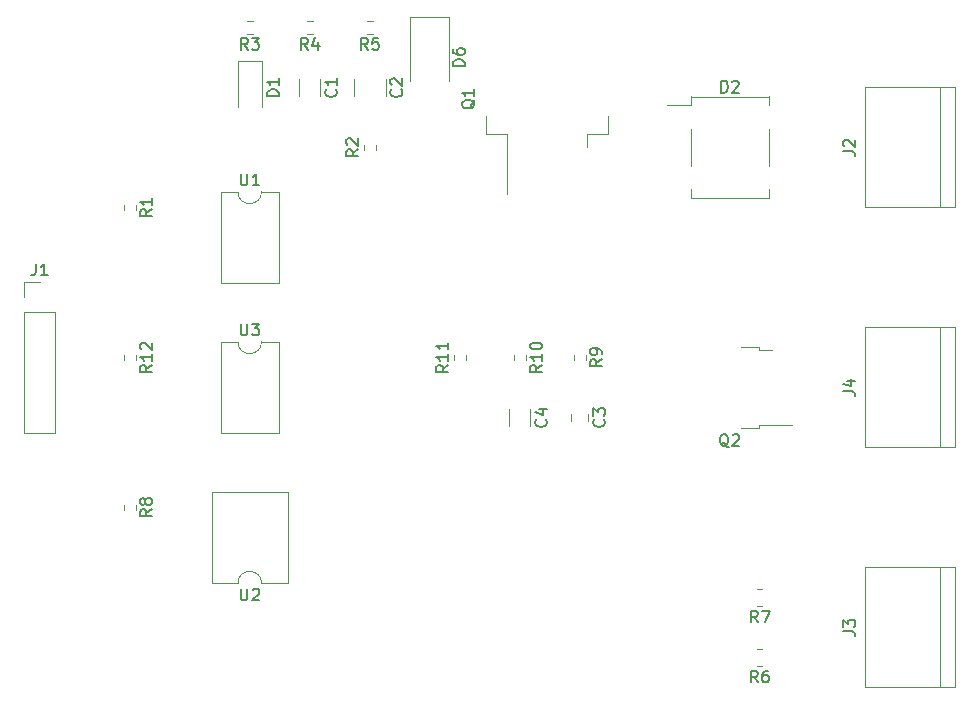
<source format=gbr>
%TF.GenerationSoftware,KiCad,Pcbnew,(6.0.0-0)*%
%TF.CreationDate,2022-01-20T15:49:37+01:00*%
%TF.ProjectId,prototype,70726f74-6f74-4797-9065-2e6b69636164,rev?*%
%TF.SameCoordinates,Original*%
%TF.FileFunction,Legend,Top*%
%TF.FilePolarity,Positive*%
%FSLAX46Y46*%
G04 Gerber Fmt 4.6, Leading zero omitted, Abs format (unit mm)*
G04 Created by KiCad (PCBNEW (6.0.0-0)) date 2022-01-20 15:49:37*
%MOMM*%
%LPD*%
G01*
G04 APERTURE LIST*
%ADD10C,0.150000*%
%ADD11C,0.120000*%
G04 APERTURE END LIST*
D10*
%TO.C,D6*%
X137572380Y-51538095D02*
X136572380Y-51538095D01*
X136572380Y-51300000D01*
X136620000Y-51157142D01*
X136715238Y-51061904D01*
X136810476Y-51014285D01*
X137000952Y-50966666D01*
X137143809Y-50966666D01*
X137334285Y-51014285D01*
X137429523Y-51061904D01*
X137524761Y-51157142D01*
X137572380Y-51300000D01*
X137572380Y-51538095D01*
X136572380Y-50109523D02*
X136572380Y-50300000D01*
X136620000Y-50395238D01*
X136667619Y-50442857D01*
X136810476Y-50538095D01*
X137000952Y-50585714D01*
X137381904Y-50585714D01*
X137477142Y-50538095D01*
X137524761Y-50490476D01*
X137572380Y-50395238D01*
X137572380Y-50204761D01*
X137524761Y-50109523D01*
X137477142Y-50061904D01*
X137381904Y-50014285D01*
X137143809Y-50014285D01*
X137048571Y-50061904D01*
X137000952Y-50109523D01*
X136953333Y-50204761D01*
X136953333Y-50395238D01*
X137000952Y-50490476D01*
X137048571Y-50538095D01*
X137143809Y-50585714D01*
%TO.C,U3*%
X118618095Y-73322380D02*
X118618095Y-74131904D01*
X118665714Y-74227142D01*
X118713333Y-74274761D01*
X118808571Y-74322380D01*
X118999047Y-74322380D01*
X119094285Y-74274761D01*
X119141904Y-74227142D01*
X119189523Y-74131904D01*
X119189523Y-73322380D01*
X119570476Y-73322380D02*
X120189523Y-73322380D01*
X119856190Y-73703333D01*
X119999047Y-73703333D01*
X120094285Y-73750952D01*
X120141904Y-73798571D01*
X120189523Y-73893809D01*
X120189523Y-74131904D01*
X120141904Y-74227142D01*
X120094285Y-74274761D01*
X119999047Y-74322380D01*
X119713333Y-74322380D01*
X119618095Y-74274761D01*
X119570476Y-74227142D01*
%TO.C,D1*%
X121832380Y-54078095D02*
X120832380Y-54078095D01*
X120832380Y-53840000D01*
X120880000Y-53697142D01*
X120975238Y-53601904D01*
X121070476Y-53554285D01*
X121260952Y-53506666D01*
X121403809Y-53506666D01*
X121594285Y-53554285D01*
X121689523Y-53601904D01*
X121784761Y-53697142D01*
X121832380Y-53840000D01*
X121832380Y-54078095D01*
X121832380Y-52554285D02*
X121832380Y-53125714D01*
X121832380Y-52840000D02*
X120832380Y-52840000D01*
X120975238Y-52935238D01*
X121070476Y-53030476D01*
X121118095Y-53125714D01*
%TO.C,J1*%
X101266666Y-68242380D02*
X101266666Y-68956666D01*
X101219047Y-69099523D01*
X101123809Y-69194761D01*
X100980952Y-69242380D01*
X100885714Y-69242380D01*
X102266666Y-69242380D02*
X101695238Y-69242380D01*
X101980952Y-69242380D02*
X101980952Y-68242380D01*
X101885714Y-68385238D01*
X101790476Y-68480476D01*
X101695238Y-68528095D01*
%TO.C,R1*%
X111102380Y-63666666D02*
X110626190Y-64000000D01*
X111102380Y-64238095D02*
X110102380Y-64238095D01*
X110102380Y-63857142D01*
X110150000Y-63761904D01*
X110197619Y-63714285D01*
X110292857Y-63666666D01*
X110435714Y-63666666D01*
X110530952Y-63714285D01*
X110578571Y-63761904D01*
X110626190Y-63857142D01*
X110626190Y-64238095D01*
X111102380Y-62714285D02*
X111102380Y-63285714D01*
X111102380Y-63000000D02*
X110102380Y-63000000D01*
X110245238Y-63095238D01*
X110340476Y-63190476D01*
X110388095Y-63285714D01*
%TO.C,R3*%
X119213333Y-50142380D02*
X118880000Y-49666190D01*
X118641904Y-50142380D02*
X118641904Y-49142380D01*
X119022857Y-49142380D01*
X119118095Y-49190000D01*
X119165714Y-49237619D01*
X119213333Y-49332857D01*
X119213333Y-49475714D01*
X119165714Y-49570952D01*
X119118095Y-49618571D01*
X119022857Y-49666190D01*
X118641904Y-49666190D01*
X119546666Y-49142380D02*
X120165714Y-49142380D01*
X119832380Y-49523333D01*
X119975238Y-49523333D01*
X120070476Y-49570952D01*
X120118095Y-49618571D01*
X120165714Y-49713809D01*
X120165714Y-49951904D01*
X120118095Y-50047142D01*
X120070476Y-50094761D01*
X119975238Y-50142380D01*
X119689523Y-50142380D01*
X119594285Y-50094761D01*
X119546666Y-50047142D01*
%TO.C,R12*%
X111102380Y-76842857D02*
X110626190Y-77176190D01*
X111102380Y-77414285D02*
X110102380Y-77414285D01*
X110102380Y-77033333D01*
X110150000Y-76938095D01*
X110197619Y-76890476D01*
X110292857Y-76842857D01*
X110435714Y-76842857D01*
X110530952Y-76890476D01*
X110578571Y-76938095D01*
X110626190Y-77033333D01*
X110626190Y-77414285D01*
X111102380Y-75890476D02*
X111102380Y-76461904D01*
X111102380Y-76176190D02*
X110102380Y-76176190D01*
X110245238Y-76271428D01*
X110340476Y-76366666D01*
X110388095Y-76461904D01*
X110197619Y-75509523D02*
X110150000Y-75461904D01*
X110102380Y-75366666D01*
X110102380Y-75128571D01*
X110150000Y-75033333D01*
X110197619Y-74985714D01*
X110292857Y-74938095D01*
X110388095Y-74938095D01*
X110530952Y-74985714D01*
X111102380Y-75557142D01*
X111102380Y-74938095D01*
%TO.C,U1*%
X118618095Y-60622380D02*
X118618095Y-61431904D01*
X118665714Y-61527142D01*
X118713333Y-61574761D01*
X118808571Y-61622380D01*
X118999047Y-61622380D01*
X119094285Y-61574761D01*
X119141904Y-61527142D01*
X119189523Y-61431904D01*
X119189523Y-60622380D01*
X120189523Y-61622380D02*
X119618095Y-61622380D01*
X119903809Y-61622380D02*
X119903809Y-60622380D01*
X119808571Y-60765238D01*
X119713333Y-60860476D01*
X119618095Y-60908095D01*
%TO.C,C3*%
X149357142Y-81446666D02*
X149404761Y-81494285D01*
X149452380Y-81637142D01*
X149452380Y-81732380D01*
X149404761Y-81875238D01*
X149309523Y-81970476D01*
X149214285Y-82018095D01*
X149023809Y-82065714D01*
X148880952Y-82065714D01*
X148690476Y-82018095D01*
X148595238Y-81970476D01*
X148500000Y-81875238D01*
X148452380Y-81732380D01*
X148452380Y-81637142D01*
X148500000Y-81494285D01*
X148547619Y-81446666D01*
X148452380Y-81113333D02*
X148452380Y-80494285D01*
X148833333Y-80827619D01*
X148833333Y-80684761D01*
X148880952Y-80589523D01*
X148928571Y-80541904D01*
X149023809Y-80494285D01*
X149261904Y-80494285D01*
X149357142Y-80541904D01*
X149404761Y-80589523D01*
X149452380Y-80684761D01*
X149452380Y-80970476D01*
X149404761Y-81065714D01*
X149357142Y-81113333D01*
%TO.C,J2*%
X169632380Y-58753333D02*
X170346666Y-58753333D01*
X170489523Y-58800952D01*
X170584761Y-58896190D01*
X170632380Y-59039047D01*
X170632380Y-59134285D01*
X169727619Y-58324761D02*
X169680000Y-58277142D01*
X169632380Y-58181904D01*
X169632380Y-57943809D01*
X169680000Y-57848571D01*
X169727619Y-57800952D01*
X169822857Y-57753333D01*
X169918095Y-57753333D01*
X170060952Y-57800952D01*
X170632380Y-58372380D01*
X170632380Y-57753333D01*
%TO.C,C1*%
X126667142Y-53506666D02*
X126714761Y-53554285D01*
X126762380Y-53697142D01*
X126762380Y-53792380D01*
X126714761Y-53935238D01*
X126619523Y-54030476D01*
X126524285Y-54078095D01*
X126333809Y-54125714D01*
X126190952Y-54125714D01*
X126000476Y-54078095D01*
X125905238Y-54030476D01*
X125810000Y-53935238D01*
X125762380Y-53792380D01*
X125762380Y-53697142D01*
X125810000Y-53554285D01*
X125857619Y-53506666D01*
X126762380Y-52554285D02*
X126762380Y-53125714D01*
X126762380Y-52840000D02*
X125762380Y-52840000D01*
X125905238Y-52935238D01*
X126000476Y-53030476D01*
X126048095Y-53125714D01*
%TO.C,C2*%
X132197142Y-53506666D02*
X132244761Y-53554285D01*
X132292380Y-53697142D01*
X132292380Y-53792380D01*
X132244761Y-53935238D01*
X132149523Y-54030476D01*
X132054285Y-54078095D01*
X131863809Y-54125714D01*
X131720952Y-54125714D01*
X131530476Y-54078095D01*
X131435238Y-54030476D01*
X131340000Y-53935238D01*
X131292380Y-53792380D01*
X131292380Y-53697142D01*
X131340000Y-53554285D01*
X131387619Y-53506666D01*
X131387619Y-53125714D02*
X131340000Y-53078095D01*
X131292380Y-52982857D01*
X131292380Y-52744761D01*
X131340000Y-52649523D01*
X131387619Y-52601904D01*
X131482857Y-52554285D01*
X131578095Y-52554285D01*
X131720952Y-52601904D01*
X132292380Y-53173333D01*
X132292380Y-52554285D01*
%TO.C,R9*%
X149202380Y-76366666D02*
X148726190Y-76700000D01*
X149202380Y-76938095D02*
X148202380Y-76938095D01*
X148202380Y-76557142D01*
X148250000Y-76461904D01*
X148297619Y-76414285D01*
X148392857Y-76366666D01*
X148535714Y-76366666D01*
X148630952Y-76414285D01*
X148678571Y-76461904D01*
X148726190Y-76557142D01*
X148726190Y-76938095D01*
X149202380Y-75890476D02*
X149202380Y-75700000D01*
X149154761Y-75604761D01*
X149107142Y-75557142D01*
X148964285Y-75461904D01*
X148773809Y-75414285D01*
X148392857Y-75414285D01*
X148297619Y-75461904D01*
X148250000Y-75509523D01*
X148202380Y-75604761D01*
X148202380Y-75795238D01*
X148250000Y-75890476D01*
X148297619Y-75938095D01*
X148392857Y-75985714D01*
X148630952Y-75985714D01*
X148726190Y-75938095D01*
X148773809Y-75890476D01*
X148821428Y-75795238D01*
X148821428Y-75604761D01*
X148773809Y-75509523D01*
X148726190Y-75461904D01*
X148630952Y-75414285D01*
%TO.C,R5*%
X129373333Y-50142380D02*
X129040000Y-49666190D01*
X128801904Y-50142380D02*
X128801904Y-49142380D01*
X129182857Y-49142380D01*
X129278095Y-49190000D01*
X129325714Y-49237619D01*
X129373333Y-49332857D01*
X129373333Y-49475714D01*
X129325714Y-49570952D01*
X129278095Y-49618571D01*
X129182857Y-49666190D01*
X128801904Y-49666190D01*
X130278095Y-49142380D02*
X129801904Y-49142380D01*
X129754285Y-49618571D01*
X129801904Y-49570952D01*
X129897142Y-49523333D01*
X130135238Y-49523333D01*
X130230476Y-49570952D01*
X130278095Y-49618571D01*
X130325714Y-49713809D01*
X130325714Y-49951904D01*
X130278095Y-50047142D01*
X130230476Y-50094761D01*
X130135238Y-50142380D01*
X129897142Y-50142380D01*
X129801904Y-50094761D01*
X129754285Y-50047142D01*
%TO.C,Q2*%
X159924761Y-83787619D02*
X159829523Y-83740000D01*
X159734285Y-83644761D01*
X159591428Y-83501904D01*
X159496190Y-83454285D01*
X159400952Y-83454285D01*
X159448571Y-83692380D02*
X159353333Y-83644761D01*
X159258095Y-83549523D01*
X159210476Y-83359047D01*
X159210476Y-83025714D01*
X159258095Y-82835238D01*
X159353333Y-82740000D01*
X159448571Y-82692380D01*
X159639047Y-82692380D01*
X159734285Y-82740000D01*
X159829523Y-82835238D01*
X159877142Y-83025714D01*
X159877142Y-83359047D01*
X159829523Y-83549523D01*
X159734285Y-83644761D01*
X159639047Y-83692380D01*
X159448571Y-83692380D01*
X160258095Y-82787619D02*
X160305714Y-82740000D01*
X160400952Y-82692380D01*
X160639047Y-82692380D01*
X160734285Y-82740000D01*
X160781904Y-82787619D01*
X160829523Y-82882857D01*
X160829523Y-82978095D01*
X160781904Y-83120952D01*
X160210476Y-83692380D01*
X160829523Y-83692380D01*
%TO.C,J4*%
X169632380Y-79073333D02*
X170346666Y-79073333D01*
X170489523Y-79120952D01*
X170584761Y-79216190D01*
X170632380Y-79359047D01*
X170632380Y-79454285D01*
X169965714Y-78168571D02*
X170632380Y-78168571D01*
X169584761Y-78406666D02*
X170299047Y-78644761D01*
X170299047Y-78025714D01*
%TO.C,R2*%
X128562380Y-58586666D02*
X128086190Y-58920000D01*
X128562380Y-59158095D02*
X127562380Y-59158095D01*
X127562380Y-58777142D01*
X127610000Y-58681904D01*
X127657619Y-58634285D01*
X127752857Y-58586666D01*
X127895714Y-58586666D01*
X127990952Y-58634285D01*
X128038571Y-58681904D01*
X128086190Y-58777142D01*
X128086190Y-59158095D01*
X127657619Y-58205714D02*
X127610000Y-58158095D01*
X127562380Y-58062857D01*
X127562380Y-57824761D01*
X127610000Y-57729523D01*
X127657619Y-57681904D01*
X127752857Y-57634285D01*
X127848095Y-57634285D01*
X127990952Y-57681904D01*
X128562380Y-58253333D01*
X128562380Y-57634285D01*
%TO.C,J3*%
X169632380Y-99393333D02*
X170346666Y-99393333D01*
X170489523Y-99440952D01*
X170584761Y-99536190D01*
X170632380Y-99679047D01*
X170632380Y-99774285D01*
X169632380Y-99012380D02*
X169632380Y-98393333D01*
X170013333Y-98726666D01*
X170013333Y-98583809D01*
X170060952Y-98488571D01*
X170108571Y-98440952D01*
X170203809Y-98393333D01*
X170441904Y-98393333D01*
X170537142Y-98440952D01*
X170584761Y-98488571D01*
X170632380Y-98583809D01*
X170632380Y-98869523D01*
X170584761Y-98964761D01*
X170537142Y-99012380D01*
%TO.C,Q1*%
X138442619Y-54385238D02*
X138395000Y-54480476D01*
X138299761Y-54575714D01*
X138156904Y-54718571D01*
X138109285Y-54813809D01*
X138109285Y-54909047D01*
X138347380Y-54861428D02*
X138299761Y-54956666D01*
X138204523Y-55051904D01*
X138014047Y-55099523D01*
X137680714Y-55099523D01*
X137490238Y-55051904D01*
X137395000Y-54956666D01*
X137347380Y-54861428D01*
X137347380Y-54670952D01*
X137395000Y-54575714D01*
X137490238Y-54480476D01*
X137680714Y-54432857D01*
X138014047Y-54432857D01*
X138204523Y-54480476D01*
X138299761Y-54575714D01*
X138347380Y-54670952D01*
X138347380Y-54861428D01*
X138347380Y-53480476D02*
X138347380Y-54051904D01*
X138347380Y-53766190D02*
X137347380Y-53766190D01*
X137490238Y-53861428D01*
X137585476Y-53956666D01*
X137633095Y-54051904D01*
%TO.C,R8*%
X111102380Y-89066666D02*
X110626190Y-89400000D01*
X111102380Y-89638095D02*
X110102380Y-89638095D01*
X110102380Y-89257142D01*
X110150000Y-89161904D01*
X110197619Y-89114285D01*
X110292857Y-89066666D01*
X110435714Y-89066666D01*
X110530952Y-89114285D01*
X110578571Y-89161904D01*
X110626190Y-89257142D01*
X110626190Y-89638095D01*
X110530952Y-88495238D02*
X110483333Y-88590476D01*
X110435714Y-88638095D01*
X110340476Y-88685714D01*
X110292857Y-88685714D01*
X110197619Y-88638095D01*
X110150000Y-88590476D01*
X110102380Y-88495238D01*
X110102380Y-88304761D01*
X110150000Y-88209523D01*
X110197619Y-88161904D01*
X110292857Y-88114285D01*
X110340476Y-88114285D01*
X110435714Y-88161904D01*
X110483333Y-88209523D01*
X110530952Y-88304761D01*
X110530952Y-88495238D01*
X110578571Y-88590476D01*
X110626190Y-88638095D01*
X110721428Y-88685714D01*
X110911904Y-88685714D01*
X111007142Y-88638095D01*
X111054761Y-88590476D01*
X111102380Y-88495238D01*
X111102380Y-88304761D01*
X111054761Y-88209523D01*
X111007142Y-88161904D01*
X110911904Y-88114285D01*
X110721428Y-88114285D01*
X110626190Y-88161904D01*
X110578571Y-88209523D01*
X110530952Y-88304761D01*
%TO.C,R10*%
X144122380Y-76842857D02*
X143646190Y-77176190D01*
X144122380Y-77414285D02*
X143122380Y-77414285D01*
X143122380Y-77033333D01*
X143170000Y-76938095D01*
X143217619Y-76890476D01*
X143312857Y-76842857D01*
X143455714Y-76842857D01*
X143550952Y-76890476D01*
X143598571Y-76938095D01*
X143646190Y-77033333D01*
X143646190Y-77414285D01*
X144122380Y-75890476D02*
X144122380Y-76461904D01*
X144122380Y-76176190D02*
X143122380Y-76176190D01*
X143265238Y-76271428D01*
X143360476Y-76366666D01*
X143408095Y-76461904D01*
X143122380Y-75271428D02*
X143122380Y-75176190D01*
X143170000Y-75080952D01*
X143217619Y-75033333D01*
X143312857Y-74985714D01*
X143503333Y-74938095D01*
X143741428Y-74938095D01*
X143931904Y-74985714D01*
X144027142Y-75033333D01*
X144074761Y-75080952D01*
X144122380Y-75176190D01*
X144122380Y-75271428D01*
X144074761Y-75366666D01*
X144027142Y-75414285D01*
X143931904Y-75461904D01*
X143741428Y-75509523D01*
X143503333Y-75509523D01*
X143312857Y-75461904D01*
X143217619Y-75414285D01*
X143170000Y-75366666D01*
X143122380Y-75271428D01*
%TO.C,U2*%
X118618095Y-95762380D02*
X118618095Y-96571904D01*
X118665714Y-96667142D01*
X118713333Y-96714761D01*
X118808571Y-96762380D01*
X118999047Y-96762380D01*
X119094285Y-96714761D01*
X119141904Y-96667142D01*
X119189523Y-96571904D01*
X119189523Y-95762380D01*
X119618095Y-95857619D02*
X119665714Y-95810000D01*
X119760952Y-95762380D01*
X119999047Y-95762380D01*
X120094285Y-95810000D01*
X120141904Y-95857619D01*
X120189523Y-95952857D01*
X120189523Y-96048095D01*
X120141904Y-96190952D01*
X119570476Y-96762380D01*
X120189523Y-96762380D01*
%TO.C,R4*%
X124293333Y-50142380D02*
X123960000Y-49666190D01*
X123721904Y-50142380D02*
X123721904Y-49142380D01*
X124102857Y-49142380D01*
X124198095Y-49190000D01*
X124245714Y-49237619D01*
X124293333Y-49332857D01*
X124293333Y-49475714D01*
X124245714Y-49570952D01*
X124198095Y-49618571D01*
X124102857Y-49666190D01*
X123721904Y-49666190D01*
X125150476Y-49475714D02*
X125150476Y-50142380D01*
X124912380Y-49094761D02*
X124674285Y-49809047D01*
X125293333Y-49809047D01*
%TO.C,R6*%
X162393333Y-103702380D02*
X162060000Y-103226190D01*
X161821904Y-103702380D02*
X161821904Y-102702380D01*
X162202857Y-102702380D01*
X162298095Y-102750000D01*
X162345714Y-102797619D01*
X162393333Y-102892857D01*
X162393333Y-103035714D01*
X162345714Y-103130952D01*
X162298095Y-103178571D01*
X162202857Y-103226190D01*
X161821904Y-103226190D01*
X163250476Y-102702380D02*
X163060000Y-102702380D01*
X162964761Y-102750000D01*
X162917142Y-102797619D01*
X162821904Y-102940476D01*
X162774285Y-103130952D01*
X162774285Y-103511904D01*
X162821904Y-103607142D01*
X162869523Y-103654761D01*
X162964761Y-103702380D01*
X163155238Y-103702380D01*
X163250476Y-103654761D01*
X163298095Y-103607142D01*
X163345714Y-103511904D01*
X163345714Y-103273809D01*
X163298095Y-103178571D01*
X163250476Y-103130952D01*
X163155238Y-103083333D01*
X162964761Y-103083333D01*
X162869523Y-103130952D01*
X162821904Y-103178571D01*
X162774285Y-103273809D01*
%TO.C,C4*%
X144447142Y-81446666D02*
X144494761Y-81494285D01*
X144542380Y-81637142D01*
X144542380Y-81732380D01*
X144494761Y-81875238D01*
X144399523Y-81970476D01*
X144304285Y-82018095D01*
X144113809Y-82065714D01*
X143970952Y-82065714D01*
X143780476Y-82018095D01*
X143685238Y-81970476D01*
X143590000Y-81875238D01*
X143542380Y-81732380D01*
X143542380Y-81637142D01*
X143590000Y-81494285D01*
X143637619Y-81446666D01*
X143875714Y-80589523D02*
X144542380Y-80589523D01*
X143494761Y-80827619D02*
X144209047Y-81065714D01*
X144209047Y-80446666D01*
%TO.C,R7*%
X162393333Y-98622380D02*
X162060000Y-98146190D01*
X161821904Y-98622380D02*
X161821904Y-97622380D01*
X162202857Y-97622380D01*
X162298095Y-97670000D01*
X162345714Y-97717619D01*
X162393333Y-97812857D01*
X162393333Y-97955714D01*
X162345714Y-98050952D01*
X162298095Y-98098571D01*
X162202857Y-98146190D01*
X161821904Y-98146190D01*
X162726666Y-97622380D02*
X163393333Y-97622380D01*
X162964761Y-98622380D01*
%TO.C,R11*%
X136182380Y-76842857D02*
X135706190Y-77176190D01*
X136182380Y-77414285D02*
X135182380Y-77414285D01*
X135182380Y-77033333D01*
X135230000Y-76938095D01*
X135277619Y-76890476D01*
X135372857Y-76842857D01*
X135515714Y-76842857D01*
X135610952Y-76890476D01*
X135658571Y-76938095D01*
X135706190Y-77033333D01*
X135706190Y-77414285D01*
X136182380Y-75890476D02*
X136182380Y-76461904D01*
X136182380Y-76176190D02*
X135182380Y-76176190D01*
X135325238Y-76271428D01*
X135420476Y-76366666D01*
X135468095Y-76461904D01*
X136182380Y-74938095D02*
X136182380Y-75509523D01*
X136182380Y-75223809D02*
X135182380Y-75223809D01*
X135325238Y-75319047D01*
X135420476Y-75414285D01*
X135468095Y-75509523D01*
%TO.C,D2*%
X159281904Y-53772380D02*
X159281904Y-52772380D01*
X159520000Y-52772380D01*
X159662857Y-52820000D01*
X159758095Y-52915238D01*
X159805714Y-53010476D01*
X159853333Y-53200952D01*
X159853333Y-53343809D01*
X159805714Y-53534285D01*
X159758095Y-53629523D01*
X159662857Y-53724761D01*
X159520000Y-53772380D01*
X159281904Y-53772380D01*
X160234285Y-52867619D02*
X160281904Y-52820000D01*
X160377142Y-52772380D01*
X160615238Y-52772380D01*
X160710476Y-52820000D01*
X160758095Y-52867619D01*
X160805714Y-52962857D01*
X160805714Y-53058095D01*
X160758095Y-53200952D01*
X160186666Y-53772380D01*
X160805714Y-53772380D01*
D11*
%TO.C,D6*%
X132970000Y-47400000D02*
X132970000Y-52800000D01*
X136270000Y-47400000D02*
X136270000Y-52800000D01*
X136270000Y-47400000D02*
X132970000Y-47400000D01*
%TO.C,U3*%
X121830000Y-74870000D02*
X120380000Y-74870000D01*
X121830000Y-82610000D02*
X121830000Y-74870000D01*
X116930000Y-74870000D02*
X116930000Y-82610000D01*
X116930000Y-82610000D02*
X121830000Y-82610000D01*
X118380000Y-74870000D02*
X116930000Y-74870000D01*
X118380000Y-74870000D02*
G75*
G03*
X120380000Y-74870000I1000000J0D01*
G01*
%TO.C,D1*%
X118380000Y-51090000D02*
X118380000Y-54990000D01*
X120380000Y-51090000D02*
X118380000Y-51090000D01*
X120380000Y-51090000D02*
X120380000Y-54990000D01*
%TO.C,J1*%
X100270000Y-69790000D02*
X101600000Y-69790000D01*
X102930000Y-72390000D02*
X102930000Y-82610000D01*
X100270000Y-71120000D02*
X100270000Y-69790000D01*
X100270000Y-82610000D02*
X102930000Y-82610000D01*
X100270000Y-72390000D02*
X100270000Y-82610000D01*
X100270000Y-72390000D02*
X102930000Y-72390000D01*
%TO.C,R1*%
X108697500Y-63262742D02*
X108697500Y-63737258D01*
X109742500Y-63262742D02*
X109742500Y-63737258D01*
%TO.C,R3*%
X119617258Y-48782500D02*
X119142742Y-48782500D01*
X119617258Y-47737500D02*
X119142742Y-47737500D01*
%TO.C,R12*%
X109742500Y-75962742D02*
X109742500Y-76437258D01*
X108697500Y-75962742D02*
X108697500Y-76437258D01*
%TO.C,U1*%
X121830000Y-69910000D02*
X121830000Y-62170000D01*
X118380000Y-62170000D02*
X116930000Y-62170000D01*
X116930000Y-69910000D02*
X121830000Y-69910000D01*
X121830000Y-62170000D02*
X120380000Y-62170000D01*
X116930000Y-62170000D02*
X116930000Y-69910000D01*
X118380000Y-62170000D02*
G75*
G03*
X120380000Y-62170000I1000000J0D01*
G01*
%TO.C,C3*%
X148055000Y-81018748D02*
X148055000Y-81541252D01*
X146585000Y-81018748D02*
X146585000Y-81541252D01*
%TO.C,J2*%
X177800000Y-53340000D02*
X177800000Y-63500000D01*
X171450000Y-53340000D02*
X171450000Y-63500000D01*
X179070000Y-63500000D02*
X179070000Y-53340000D01*
X171450000Y-63500000D02*
X179070000Y-63500000D01*
X179070000Y-53340000D02*
X171450000Y-53340000D01*
%TO.C,C1*%
X125370000Y-52628748D02*
X125370000Y-54051252D01*
X123550000Y-52628748D02*
X123550000Y-54051252D01*
%TO.C,C2*%
X130900000Y-52628748D02*
X130900000Y-54051252D01*
X128180000Y-52628748D02*
X128180000Y-54051252D01*
%TO.C,R9*%
X146797500Y-75962742D02*
X146797500Y-76437258D01*
X147842500Y-75962742D02*
X147842500Y-76437258D01*
%TO.C,R5*%
X129777258Y-48782500D02*
X129302742Y-48782500D01*
X129777258Y-47737500D02*
X129302742Y-47737500D01*
%TO.C,Q2*%
X162490000Y-75560000D02*
X163590000Y-75560000D01*
X160990000Y-82190000D02*
X162490000Y-82190000D01*
X162490000Y-82190000D02*
X162490000Y-81920000D01*
X162490000Y-75290000D02*
X162490000Y-75560000D01*
X162490000Y-81920000D02*
X165320000Y-81920000D01*
X160990000Y-75290000D02*
X162490000Y-75290000D01*
%TO.C,J4*%
X171450000Y-83820000D02*
X179070000Y-83820000D01*
X171450000Y-73660000D02*
X171450000Y-83820000D01*
X177800000Y-73660000D02*
X177800000Y-83820000D01*
X179070000Y-73660000D02*
X171450000Y-73660000D01*
X179070000Y-83820000D02*
X179070000Y-73660000D01*
%TO.C,R2*%
X130062500Y-58657258D02*
X130062500Y-58182742D01*
X129017500Y-58657258D02*
X129017500Y-58182742D01*
%TO.C,J3*%
X171450000Y-93980000D02*
X171450000Y-104140000D01*
X171450000Y-104140000D02*
X179070000Y-104140000D01*
X179070000Y-93980000D02*
X171450000Y-93980000D01*
X177800000Y-93980000D02*
X177800000Y-104140000D01*
X179070000Y-104140000D02*
X179070000Y-93980000D01*
%TO.C,Q1*%
X147935000Y-57240000D02*
X147935000Y-58340000D01*
X149745000Y-57240000D02*
X147935000Y-57240000D01*
X139345000Y-55740000D02*
X139345000Y-57240000D01*
X139345000Y-57240000D02*
X141155000Y-57240000D01*
X149745000Y-55740000D02*
X149745000Y-57240000D01*
X141155000Y-57240000D02*
X141155000Y-62365000D01*
%TO.C,R8*%
X108697500Y-88662742D02*
X108697500Y-89137258D01*
X109742500Y-88662742D02*
X109742500Y-89137258D01*
%TO.C,R10*%
X141717500Y-75962742D02*
X141717500Y-76437258D01*
X142762500Y-75962742D02*
X142762500Y-76437258D01*
%TO.C,U2*%
X122615000Y-95310000D02*
X122615000Y-87570000D01*
X122615000Y-87570000D02*
X116145000Y-87570000D01*
X116145000Y-87570000D02*
X116145000Y-95310000D01*
X116145000Y-95310000D02*
X118380000Y-95310000D01*
X120380000Y-95310000D02*
X122615000Y-95310000D01*
X120380000Y-95310000D02*
G75*
G03*
X118380000Y-95310000I-1000000J0D01*
G01*
%TO.C,R4*%
X124697258Y-48782500D02*
X124222742Y-48782500D01*
X124697258Y-47737500D02*
X124222742Y-47737500D01*
%TO.C,R6*%
X162787064Y-100865000D02*
X162332936Y-100865000D01*
X162787064Y-102335000D02*
X162332936Y-102335000D01*
%TO.C,C4*%
X141330000Y-80568748D02*
X141330000Y-81991252D01*
X143150000Y-80568748D02*
X143150000Y-81991252D01*
%TO.C,R7*%
X162787064Y-95785000D02*
X162332936Y-95785000D01*
X162787064Y-97255000D02*
X162332936Y-97255000D01*
%TO.C,R11*%
X137682500Y-76437258D02*
X137682500Y-75962742D01*
X136637500Y-76437258D02*
X136637500Y-75962742D01*
%TO.C,D2*%
X154686000Y-54864000D02*
X154686000Y-54864000D01*
X163320000Y-56820000D02*
X163320000Y-60020000D01*
X163322000Y-54864000D02*
X163322000Y-54102000D01*
X156720000Y-62720000D02*
X163320000Y-62720000D01*
X156720000Y-56820000D02*
X156720000Y-60020000D01*
X156718000Y-54864000D02*
X154686000Y-54864000D01*
X156720000Y-61920000D02*
X156720000Y-62720000D01*
X163320000Y-62720000D02*
X163320000Y-61920000D01*
X156720000Y-54120000D02*
X163320000Y-54120000D01*
X156718000Y-54102000D02*
X156718000Y-54864000D01*
X163322000Y-54102000D02*
X163322000Y-54102000D01*
%TD*%
M02*

</source>
